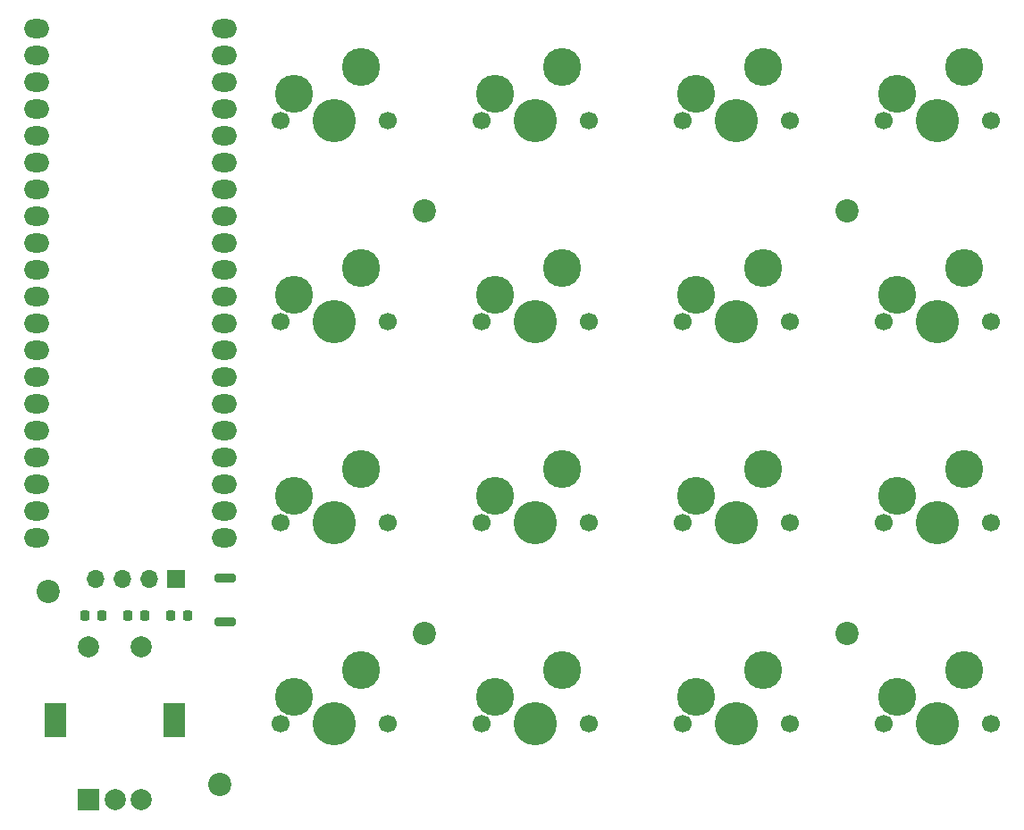
<source format=gts>
%TF.GenerationSoftware,KiCad,Pcbnew,8.0.0*%
%TF.CreationDate,2024-03-13T16:12:56+07:00*%
%TF.ProjectId,dumbpad,64756d62-7061-4642-9e6b-696361645f70,rev?*%
%TF.SameCoordinates,Original*%
%TF.FileFunction,Soldermask,Top*%
%TF.FilePolarity,Negative*%
%FSLAX46Y46*%
G04 Gerber Fmt 4.6, Leading zero omitted, Abs format (unit mm)*
G04 Created by KiCad (PCBNEW 8.0.0) date 2024-03-13 16:12:56*
%MOMM*%
%LPD*%
G01*
G04 APERTURE LIST*
G04 Aperture macros list*
%AMRoundRect*
0 Rectangle with rounded corners*
0 $1 Rounding radius*
0 $2 $3 $4 $5 $6 $7 $8 $9 X,Y pos of 4 corners*
0 Add a 4 corners polygon primitive as box body*
4,1,4,$2,$3,$4,$5,$6,$7,$8,$9,$2,$3,0*
0 Add four circle primitives for the rounded corners*
1,1,$1+$1,$2,$3*
1,1,$1+$1,$4,$5*
1,1,$1+$1,$6,$7*
1,1,$1+$1,$8,$9*
0 Add four rect primitives between the rounded corners*
20,1,$1+$1,$2,$3,$4,$5,0*
20,1,$1+$1,$4,$5,$6,$7,0*
20,1,$1+$1,$6,$7,$8,$9,0*
20,1,$1+$1,$8,$9,$2,$3,0*%
G04 Aperture macros list end*
%ADD10O,2.400000X1.800000*%
%ADD11RoundRect,0.200000X0.800000X-0.200000X0.800000X0.200000X-0.800000X0.200000X-0.800000X-0.200000X0*%
%ADD12C,2.200000*%
%ADD13RoundRect,0.218750X-0.218750X-0.256250X0.218750X-0.256250X0.218750X0.256250X-0.218750X0.256250X0*%
%ADD14R,2.000000X2.000000*%
%ADD15C,2.000000*%
%ADD16R,2.000000X3.200000*%
%ADD17R,1.700000X1.700000*%
%ADD18O,1.700000X1.700000*%
%ADD19C,1.700000*%
%ADD20C,4.100000*%
%ADD21C,3.600000*%
G04 APERTURE END LIST*
D10*
%TO.C,M1*%
X101844000Y-67538500D03*
X101844000Y-70078500D03*
X101844000Y-72618500D03*
X101844000Y-75158500D03*
X101844000Y-77698500D03*
X101844000Y-80238500D03*
X101844000Y-82778500D03*
X101844000Y-85318500D03*
X101844000Y-87858500D03*
X101844000Y-90398500D03*
X101844000Y-92938500D03*
X101844000Y-95478500D03*
X101844000Y-98018500D03*
X101844000Y-100558500D03*
X101844000Y-103098500D03*
X101844000Y-105638500D03*
X101844000Y-108178500D03*
X101844000Y-110718500D03*
X101844000Y-113258500D03*
X101844000Y-115798500D03*
X119624000Y-115798500D03*
X119624000Y-113258500D03*
X119624000Y-110718500D03*
X119624000Y-108178500D03*
X119624000Y-105638500D03*
X119624000Y-103098500D03*
X119624000Y-100558500D03*
X119624000Y-98018500D03*
X119624000Y-95478500D03*
X119624000Y-92938500D03*
X119624000Y-90398500D03*
X119624000Y-87858500D03*
X119624000Y-85318500D03*
X119624000Y-82778500D03*
X119624000Y-80238500D03*
X119624000Y-77698500D03*
X119624000Y-75158500D03*
X119624000Y-72618500D03*
X119624000Y-70078500D03*
X119624000Y-67538500D03*
%TD*%
D11*
%TO.C,S17*%
X119634000Y-123766000D03*
X119634000Y-119566000D03*
%TD*%
D12*
%TO.C,H3*%
X138576100Y-124828600D03*
%TD*%
D13*
%TO.C,DL2*%
X106375000Y-123190000D03*
X107950000Y-123190000D03*
%TD*%
D12*
%TO.C,H6*%
X119126000Y-139192000D03*
%TD*%
%TO.C,H4*%
X178576100Y-124828600D03*
%TD*%
%TO.C,H5*%
X102870000Y-120904000D03*
%TD*%
D14*
%TO.C,RE_3_1*%
X106720000Y-140600000D03*
D15*
X111720000Y-140600000D03*
X109220000Y-140600000D03*
D16*
X103620000Y-133100000D03*
X114820000Y-133100000D03*
D15*
X111720000Y-126100000D03*
X106720000Y-126100000D03*
%TD*%
D12*
%TO.C,H1*%
X138576100Y-84828600D03*
%TD*%
%TO.C,H2*%
X178576100Y-84828600D03*
%TD*%
D17*
%TO.C,M2*%
X115052000Y-119659000D03*
D18*
X112512000Y-119659000D03*
X109972000Y-119659000D03*
X107432000Y-119659000D03*
%TD*%
D13*
%TO.C,DL1*%
X110439000Y-123190000D03*
X112014000Y-123190000D03*
%TD*%
%TO.C,DL3*%
X114503000Y-123190000D03*
X116078000Y-123190000D03*
%TD*%
D19*
%TO.C,S1*%
X135081100Y-76253600D03*
D20*
X130001100Y-76253600D03*
D19*
X124921100Y-76253600D03*
D21*
X132541100Y-71173600D03*
X126191100Y-73713600D03*
%TD*%
D19*
%TO.C,S15*%
X173181100Y-133403600D03*
D20*
X168101100Y-133403600D03*
D19*
X163021100Y-133403600D03*
D21*
X170641100Y-128323600D03*
X164291100Y-130863600D03*
%TD*%
D19*
%TO.C,S8*%
X192231100Y-95303600D03*
D20*
X187151100Y-95303600D03*
D19*
X182071100Y-95303600D03*
D21*
X189691100Y-90223600D03*
X183341100Y-92763600D03*
%TD*%
D19*
%TO.C,S2*%
X154131100Y-76253600D03*
D20*
X149051100Y-76253600D03*
D19*
X143971100Y-76253600D03*
D21*
X151591100Y-71173600D03*
X145241100Y-73713600D03*
%TD*%
D19*
%TO.C,S4*%
X192231100Y-76253600D03*
D20*
X187151100Y-76253600D03*
D19*
X182071100Y-76253600D03*
D21*
X189691100Y-71173600D03*
X183341100Y-73713600D03*
%TD*%
D19*
%TO.C,S5*%
X135081100Y-95303600D03*
D20*
X130001100Y-95303600D03*
D19*
X124921100Y-95303600D03*
D21*
X132541100Y-90223600D03*
X126191100Y-92763600D03*
%TD*%
D19*
%TO.C,S14*%
X154131100Y-133403600D03*
D20*
X149051100Y-133403600D03*
D19*
X143971100Y-133403600D03*
D21*
X151591100Y-128323600D03*
X145241100Y-130863600D03*
%TD*%
D19*
%TO.C,S11*%
X173181100Y-114353600D03*
D20*
X168101100Y-114353600D03*
D19*
X163021100Y-114353600D03*
D21*
X170641100Y-109273600D03*
X164291100Y-111813600D03*
%TD*%
D19*
%TO.C,S7*%
X173181100Y-95303600D03*
D20*
X168101100Y-95303600D03*
D19*
X163021100Y-95303600D03*
D21*
X170641100Y-90223600D03*
X164291100Y-92763600D03*
%TD*%
D19*
%TO.C,S6*%
X154131100Y-95303600D03*
D20*
X149051100Y-95303600D03*
D19*
X143971100Y-95303600D03*
D21*
X151591100Y-90223600D03*
X145241100Y-92763600D03*
%TD*%
D19*
%TO.C,S12*%
X192231100Y-114353600D03*
D20*
X187151100Y-114353600D03*
D19*
X182071100Y-114353600D03*
D21*
X189691100Y-109273600D03*
X183341100Y-111813600D03*
%TD*%
D19*
%TO.C,S3*%
X173181100Y-76253600D03*
D20*
X168101100Y-76253600D03*
D19*
X163021100Y-76253600D03*
D21*
X170641100Y-71173600D03*
X164291100Y-73713600D03*
%TD*%
D19*
%TO.C,S13*%
X135081100Y-133407200D03*
D20*
X130001100Y-133407200D03*
D19*
X124921100Y-133407200D03*
D21*
X132541100Y-128327200D03*
X126191100Y-130867200D03*
%TD*%
D19*
%TO.C,S9*%
X135081100Y-114353600D03*
D20*
X130001100Y-114353600D03*
D19*
X124921100Y-114353600D03*
D21*
X132541100Y-109273600D03*
X126191100Y-111813600D03*
%TD*%
D19*
%TO.C,S16*%
X192231100Y-133407200D03*
D20*
X187151100Y-133407200D03*
D19*
X182071100Y-133407200D03*
D21*
X189691100Y-128327200D03*
X183341100Y-130867200D03*
%TD*%
D19*
%TO.C,S10*%
X154131100Y-114353600D03*
D20*
X149051100Y-114353600D03*
D19*
X143971100Y-114353600D03*
D21*
X151591100Y-109273600D03*
X145241100Y-111813600D03*
%TD*%
M02*

</source>
